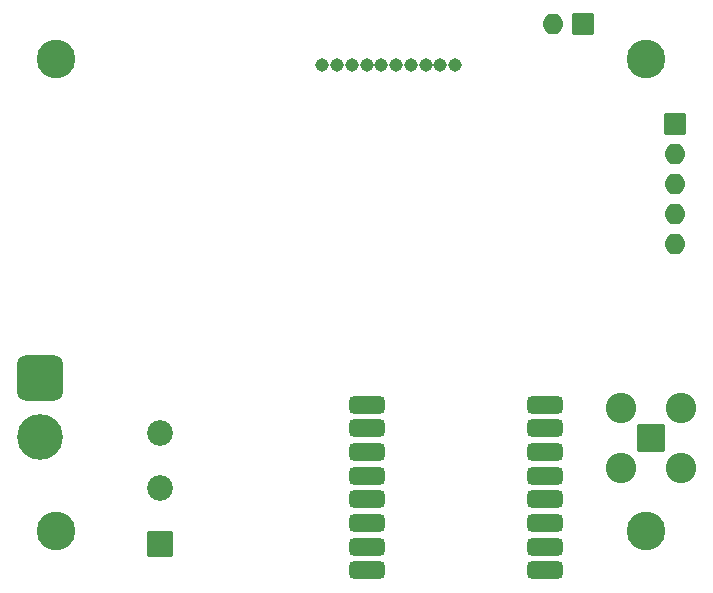
<source format=gbr>
%TF.GenerationSoftware,KiCad,Pcbnew,8.0.6*%
%TF.CreationDate,2025-07-22T18:03:32-04:00*%
%TF.ProjectId,receiver,72656365-6976-4657-922e-6b696361645f,rev?*%
%TF.SameCoordinates,Original*%
%TF.FileFunction,Soldermask,Bot*%
%TF.FilePolarity,Negative*%
%FSLAX46Y46*%
G04 Gerber Fmt 4.6, Leading zero omitted, Abs format (unit mm)*
G04 Created by KiCad (PCBNEW 8.0.6) date 2025-07-22 18:03:32*
%MOMM*%
%LPD*%
G01*
G04 APERTURE LIST*
G04 Aperture macros list*
%AMRoundRect*
0 Rectangle with rounded corners*
0 $1 Rounding radius*
0 $2 $3 $4 $5 $6 $7 $8 $9 X,Y pos of 4 corners*
0 Add a 4 corners polygon primitive as box body*
4,1,4,$2,$3,$4,$5,$6,$7,$8,$9,$2,$3,0*
0 Add four circle primitives for the rounded corners*
1,1,$1+$1,$2,$3*
1,1,$1+$1,$4,$5*
1,1,$1+$1,$6,$7*
1,1,$1+$1,$8,$9*
0 Add four rect primitives between the rounded corners*
20,1,$1+$1,$2,$3,$4,$5,0*
20,1,$1+$1,$4,$5,$6,$7,0*
20,1,$1+$1,$6,$7,$8,$9,0*
20,1,$1+$1,$8,$9,$2,$3,0*%
G04 Aperture macros list end*
%ADD10C,3.276000*%
%ADD11RoundRect,0.775200X-1.162800X1.162800X-1.162800X-1.162800X1.162800X-1.162800X1.162800X1.162800X0*%
%ADD12C,3.876000*%
%ADD13C,1.142800*%
%ADD14RoundRect,0.038000X-0.850000X0.850000X-0.850000X-0.850000X0.850000X-0.850000X0.850000X0.850000X0*%
%ADD15O,1.776000X1.776000*%
%ADD16RoundRect,0.038000X-0.850000X-0.850000X0.850000X-0.850000X0.850000X0.850000X-0.850000X0.850000X0*%
%ADD17RoundRect,0.206712X-0.981288X0.981288X-0.981288X-0.981288X0.981288X-0.981288X0.981288X0.981288X0*%
%ADD18C,2.576000*%
%ADD19RoundRect,0.038000X1.054100X1.054100X-1.054100X1.054100X-1.054100X-1.054100X1.054100X-1.054100X0*%
%ADD20C,2.184200*%
%ADD21RoundRect,0.369000X1.144000X0.369000X-1.144000X0.369000X-1.144000X-0.369000X1.144000X-0.369000X0*%
G04 APERTURE END LIST*
D10*
%TO.C,HOLES1*%
X130773563Y-43879383D03*
X130773563Y-83879383D03*
X180773563Y-43879383D03*
X180773563Y-83879383D03*
%TD*%
D11*
%TO.C,PWR_J1*%
X129424626Y-70905817D03*
D12*
X129424626Y-75905817D03*
%TD*%
D13*
%TO.C,IF1*%
X164577829Y-44350546D03*
X163327829Y-44350546D03*
X162077829Y-44350546D03*
X160827829Y-44350546D03*
X159577829Y-44350546D03*
X158327829Y-44350546D03*
X157077829Y-44350546D03*
X155827829Y-44350546D03*
X154577829Y-44350546D03*
X153327829Y-44350546D03*
%TD*%
D14*
%TO.C,J3*%
X175428337Y-40927890D03*
D15*
X172888337Y-40927890D03*
%TD*%
D16*
%TO.C,J2*%
X183234589Y-49376524D03*
D15*
X183234589Y-51916524D03*
X183234589Y-54456524D03*
X183234589Y-56996524D03*
X183234589Y-59536524D03*
%TD*%
D17*
%TO.C,J1*%
X181199638Y-75992687D03*
D18*
X183739638Y-73452687D03*
X178659638Y-73452687D03*
X183739638Y-78532687D03*
X178659638Y-78532687D03*
%TD*%
D19*
%TO.C,SW5*%
X139561857Y-84915114D03*
D20*
X139561857Y-80216114D03*
X139561857Y-75517114D03*
%TD*%
D21*
%TO.C,RF1*%
X172149215Y-73155492D03*
X172149215Y-75155492D03*
X172149215Y-77155492D03*
X172149215Y-79155492D03*
X172149215Y-81155492D03*
X172149215Y-83155492D03*
X172149215Y-85155492D03*
X172149215Y-87155492D03*
X157099215Y-73155492D03*
X157099215Y-75155492D03*
X157099215Y-77155492D03*
X157099215Y-79155492D03*
X157099215Y-81155492D03*
X157099215Y-83155492D03*
X157099215Y-85155492D03*
X157099215Y-87155492D03*
%TD*%
M02*

</source>
